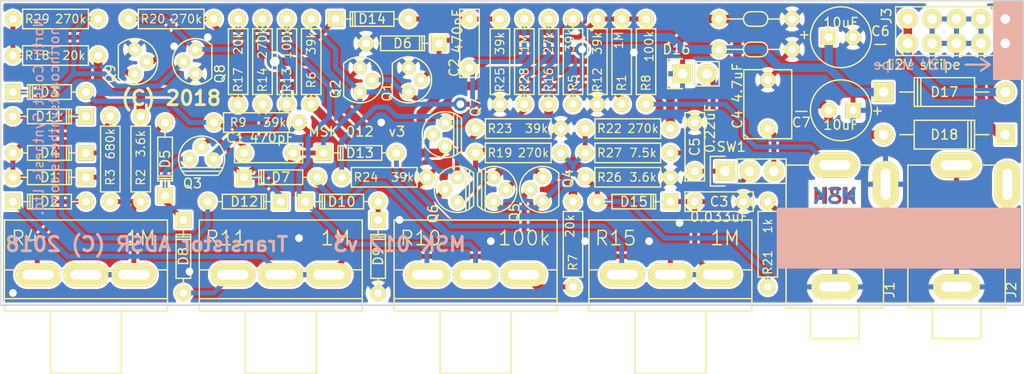
<source format=kicad_pcb>
(kicad_pcb (version 20211014) (generator pcbnew)
  (title_block (title "MSK 012 Transistor ADSR") (comment 1 "$Id: qadsr.kicad_pcb 10136 2022-06-04 19:09:28Z mskala $"))
  (layers (0 "F.Cu" signal) (31 "B.Cu" signal) (34 "B.Paste" user) (35 "F.Paste" user) (36 "B.SilkS" user "B.Silkscreen") (37 "F.SilkS" user "F.Silkscreen") (38 "B.Mask" user) (39 "F.Mask" user) (44 "Edge.Cuts" user))
  (net 0 "")
  (net 1 "Net-(C1-Pad2)")
  (net 2 "/B")
  (net 3 "Net-(C2-Pad1)")
  (net 4 "Net-(C2-Pad2)")
  (net 5 "/C")
  (net 6 "GNDREF")
  (net 7 "Net-(C4-Pad1)")
  (net 8 "Net-(C5-Pad1)")
  (net 9 "+12V")
  (net 10 "-12V")
  (net 11 "Net-(D1-Pad1)")
  (net 12 "/B+")
  (net 13 "Net-(D4-Pad2)")
  (net 14 "Net-(D5-Pad2)")
  (net 15 "Net-(D6-Pad2)")
  (net 16 "Net-(D12-Pad2)")
  (net 17 "Net-(D7-Pad1)")
  (net 18 "Net-(D8-Pad1)")
  (net 19 "Net-(D10-Pad1)")
  (net 20 "Net-(D10-Pad2)")
  (net 21 "/Q")
  (net 22 "Net-(D11-Pad2)")
  (net 23 "Net-(D13-Pad1)")
  (net 24 "/A+")
  (net 25 "/Cbuf")
  (net 26 "Net-(D17-Pad1)")
  (net 27 "Net-(D18-Pad2)")
  (net 28 "Net-(J1-Pad1)")
  (net 29 "Net-(J2-Pad1)")
  (net 30 "Net-(Q6-Pad2)")
  (net 31 "Net-(Q6-Pad3)")
  (net 32 "Net-(R2-Pad2)")
  (net 33 "Net-(Q1-Pad3)")
  (net 34 "Net-(Q8-Pad3)")
  (net 35 "Net-(R10-Pad3)")
  (net 36 "Net-(D16-Pad2)")
  (net 37 "Net-(Q4-Pad3)")
  (footprint "mskala:C2msk" (layer "F.Cu") (at 104.14 92.075 180)
    (fp_text reference "C1")
    (fp_text value "470pF")
  )
  (footprint "mskala:C2msk" (layer "F.Cu") (at 125.095 80.645 90)
    (fp_text reference "C2")
    (fp_text value "470pF")
  )
  (footprint "mskala:C2msk" (layer "F.Cu") (at 151.13 97.155)
    (fp_text reference "C3")
    (fp_text value "0.033uF")
  )
  (footprint "mskala:C2_3x2msk" (layer "F.Cu") (at 156.21 86.995 90)
    (fp_text reference "C4")
    (fp_text value "4.7uF")
  )
  (footprint "mskala:C1V7msk" (layer "F.Cu") (at 163.83 80.01)
    (fp_text reference "C6")
    (fp_text value "10uF")
  )
  (footprint "mskala:C1V7msk" (layer "F.Cu") (at 163.83 87.63 180)
    (fp_text reference "C7")
    (fp_text value "10uF")
  )
  (footprint "mskala:C3msk" (layer "F.Cu") (at 154.94 81.28)
    (fp_text reference "C8" hide)
    (fp_text value "0.1uF" hide)
  )
  (footprint "mskala:C3msk" (layer "F.Cu") (at 154.94 78.105 180)
    (fp_text reference "C9" hide)
    (fp_text value "0.1uF" hide)
  )
  (footprint "mskala:DO35_3msk" (layer "F.Cu") (at 81.28 94.615)
    (fp_text reference "D1")
    (fp_text value "1N4148" hide)
  )
  (footprint "mskala:DO35_3msk" (layer "F.Cu") (at 81.28 97.155 180)
    (fp_text reference "D2")
    (fp_text value "1N4148" hide)
  )
  (footprint "mskala:DO35_3msk" (layer "F.Cu") (at 81.28 85.725 180)
    (fp_text reference "D3")
    (fp_text value "1N4148" hide)
  )
  (footprint "mskala:DO35_3msk" (layer "F.Cu") (at 81.28 92.075)
    (fp_text reference "D4")
    (fp_text value "1N4148" hide)
  )
  (footprint "mskala:DO35_3msk" (layer "F.Cu") (at 93.345 92.71 -90)
    (fp_text reference "D5")
    (fp_text value "1N4148" hide)
  )
  (footprint "mskala:DO35_3msk" (layer "F.Cu") (at 118.11 80.645)
    (fp_text reference "D6")
    (fp_text value "1N4148" hide)
  )
  (footprint "mskala:DO35_3msk" (layer "F.Cu") (at 105.41 94.615 180)
    (fp_text reference "D7")
    (fp_text value "1N4148" hide)
  )
  (footprint "mskala:DO35_3msk" (layer "F.Cu") (at 95.25 102.87 90)
    (fp_text reference "D8")
    (fp_text value "1N4148" hide)
  )
  (footprint "mskala:DO35_3msk" (layer "F.Cu") (at 115.57 102.87 90)
    (fp_text reference "D9")
    (fp_text value "1N4148" hide)
  )
  (footprint "mskala:DO35_3msk" (layer "F.Cu") (at 111.76 97.155 180)
    (fp_text reference "D10")
    (fp_text value "1N4148" hide)
  )
  (footprint "mskala:DO35_3msk" (layer "F.Cu") (at 81.28 88.265)
    (fp_text reference "D11")
    (fp_text value "1N4148" hide)
  )
  (footprint "mskala:DO35_3msk" (layer "F.Cu") (at 101.6 97.155)
    (fp_text reference "D12")
    (fp_text value "1N4148" hide)
  )
  (footprint "mskala:DO35_3msk" (layer "F.Cu") (at 113.665 92.075 180)
    (fp_text reference "D13")
    (fp_text value "1N4148" hide)
  )
  (footprint "mskala:DO35_3msk" (layer "F.Cu") (at 114.935 78.105 180)
    (fp_text reference "D14")
    (fp_text value "1N4148" hide)
  )
  (footprint "mskala:DO35_3msk" (layer "F.Cu") (at 142.24 97.155)
    (fp_text reference "D15")
    (fp_text value "1N4148" hide)
  )
  (footprint "mskala:DO15msk" (layer "F.Cu") (at 174.625 85.725 180)
    (fp_text reference "D17")
    (fp_text value "1N5818" hide)
  )
  (footprint "mskala:DO15msk" (layer "F.Cu") (at 174.625 90.17)
    (fp_text reference "D18")
    (fp_text value "1N5818" hide)
  )
  (footprint "mskala:jack_ra_slotted_msk" (layer "F.Cu") (at 163.195 106.045 90)
    (fp_text reference "J1")
    (fp_text value "JACK_2P" hide)
  )
  (footprint "mskala:jack_ra_slotted_msk" (layer "F.Cu") (at 175.895 106.045 90)
    (fp_text reference "J2")
    (fp_text value "JACK_2P" hide)
  )
  (footprint "mskala:2x05msk" (layer "F.Cu") (at 180.975 78.105 -90)
    (fp_text reference "J3")
    (fp_text value "CONN_02X05" hide)
  )
  (footprint "mskala:TO92msk" (layer "F.Cu") (at 113.665 83.185 -90)
    (fp_text reference "Q2")
    (fp_text value "2N5088" hide)
  )
  (footprint "mskala:TO92msk" (layer "F.Cu") (at 118.745 83.185 -90)
    (fp_text reference "Q1")
    (fp_text value "2N5088" hide)
  )
  (footprint "mskala:TO92Xmsk" (layer "F.Cu") (at 95.885 92.71)
    (fp_text reference "Q3")
    (fp_text value "SS8550D" hide)
  )
  (footprint "mskala:TO92Xmsk" (layer "F.Cu") (at 127.635 94.615 -90)
    (fp_text reference "Q5")
    (fp_text value "SS8550D" hide)
  )
  (footprint "mskala:TO92msk" (layer "F.Cu") (at 132.715 97.155 90)
    (fp_text reference "Q4")
    (fp_text value "2N5088" hide)
  )
  (footprint "mskala:TO92Xmsk" (layer "F.Cu") (at 123.825 97.155 90)
    (fp_text reference "Q6")
    (fp_text value "SS8550D" hide)
  )
  (footprint "mskala:TO92Xmsk" (layer "F.Cu") (at 122.555 91.44 90)
    (fp_text reference "Q7")
    (fp_text value "SS8550D" hide)
  )
  (footprint "mskala:TO92msk" (layer "F.Cu") (at 90.17 81.28 -90)
    (fp_text reference "Q9")
    (fp_text value "2N5088" hide)
  )
  (footprint "mskala:TO92msk" (layer "F.Cu") (at 96.52 83.82 90)
    (fp_text reference "Q8")
    (fp_text value "2N5088" hide)
  )
  (footprint "mskala:R35valmsk" (layer "F.Cu") (at 140.97 82.55 -90)
    (fp_text reference "R1")
    (fp_text value "1M")
  )
  (footprint "mskala:R35valmsk" (layer "F.Cu") (at 90.805 92.71 -90)
    (fp_text reference "R2")
    (fp_text value "3.6k")
  )
  (footprint "mskala:R35valmsk" (layer "F.Cu") (at 87.63 92.71 90)
    (fp_text reference "R3")
    (fp_text value "680k")
  )
  (footprint "mskala:R35valmsk" (layer "F.Cu") (at 135.89 82.55 -90)
    (fp_text reference "R5")
    (fp_text value "39k")
  )
  (footprint "mskala:R35valmsk" (layer "F.Cu") (at 108.585 82.55 90)
    (fp_text reference "R6")
    (fp_text value "39k")
  )
  (footprint "mskala:R35valmsk" (layer "F.Cu") (at 135.89 101.6 -90)
    (fp_text reference "R7")
    (fp_text value "20k")
  )
  (footprint "mskala:R35valmsk" (layer "F.Cu") (at 143.51 82.55 90)
    (fp_text reference "R8")
    (fp_text value "100k")
  )
  (footprint "mskala:R35valmsk" (layer "F.Cu") (at 102.87 88.9)
    (fp_text reference "R9")
    (fp_text value "39k")
  )
  (footprint "mskala:R35valmsk" (layer "F.Cu") (at 138.43 82.55 -90)
    (fp_text reference "R12")
    (fp_text value "39k")
  )
  (footprint "mskala:R35valmsk" (layer "F.Cu") (at 106.045 82.55 -90)
    (fp_text reference "R13")
    (fp_text value "100k")
  )
  (footprint "mskala:R35valmsk" (layer "F.Cu") (at 103.505 82.55 90)
    (fp_text reference "R14")
    (fp_text value "270k")
  )
  (footprint "mskala:R35valmsk" (layer "F.Cu") (at 133.35 82.55 90)
    (fp_text reference "R16")
    (fp_text value "27k")
  )
  (footprint "mskala:R35valmsk" (layer "F.Cu") (at 100.965 82.55 90)
    (fp_text reference "R17")
    (fp_text value "20k")
  )
  (footprint "mskala:R35valmsk" (layer "F.Cu") (at 81.915 81.915 180)
    (fp_text reference "R18")
    (fp_text value "20k")
  )
  (footprint "mskala:R35valmsk" (layer "F.Cu") (at 130.175 92.075 180)
    (fp_text reference "R19")
    (fp_text value "270k")
  )
  (footprint "mskala:R35valmsk" (layer "F.Cu") (at 93.98 78.105)
    (fp_text reference "R20")
    (fp_text value "270k")
  )
  (footprint "mskala:R35valmsk" (layer "F.Cu") (at 156.21 101.6 90)
    (fp_text reference "R21")
    (fp_text value "1k")
  )
  (footprint "mskala:R35valmsk" (layer "F.Cu") (at 141.605 89.535)
    (fp_text reference "R22")
    (fp_text value "270k")
  )
  (footprint "mskala:R35valmsk" (layer "F.Cu") (at 130.175 89.535)
    (fp_text reference "R23")
    (fp_text value "39k")
  )
  (footprint "mskala:R35valmsk" (layer "F.Cu") (at 116.205 94.615)
    (fp_text reference "R24")
    (fp_text value "39k")
  )
  (footprint "mskala:R35valmsk" (layer "F.Cu") (at 128.27 82.55 -90)
    (fp_text reference "R25")
    (fp_text value "39k")
  )
  (footprint "mskala:R35valmsk" (layer "F.Cu") (at 141.605 94.615)
    (fp_text reference "R26")
    (fp_text value "3.6k")
  )
  (footprint "mskala:R35valmsk" (layer "F.Cu") (at 141.605 92.075)
    (fp_text reference "R27")
    (fp_text value "7.5k")
  )
  (footprint "mskala:R35valmsk" (layer "F.Cu") (at 130.81 82.55 90)
    (fp_text reference "R28")
    (fp_text value "1M")
  )
  (footprint "mskala:R35valmsk" (layer "F.Cu") (at 81.915 78.105 180)
    (fp_text reference "R29")
    (fp_text value "270k")
  )
  (footprint "mskala:C2msk" (layer "F.Cu") (at 148.59 91.44 90)
    (fp_text reference "C5")
    (fp_text value "0.22uF")
  )
  (footprint "mskala:1x02msk" (layer "F.Cu") (at 147.32 83.82 90)
    (fp_text reference "D16")
    (fp_text value "LTL2R3KRD-EM" hide)
  )
  (footprint "mskala:P160KNPpot" (layer "F.Cu") (at 125.73 104.775)
    (fp_text reference "R10")
    (fp_text value "100k")
  )
  (footprint "mskala:P160KNPpot" (layer "F.Cu") (at 85.09 104.775)
    (fp_text reference "R4")
    (fp_text value "1M")
  )
  (footprint "mskala:P160KNPpot" (layer "F.Cu") (at 146.05 104.775)
    (fp_text reference "R15")
    (fp_text value "1M")
  )
  (footprint "mskala:P160KNPpot" (layer "F.Cu") (at 105.41 104.775)
    (fp_text reference "R11")
    (fp_text value "1M")
  )
  (footprint "mskala:1x03msk" (layer "F.Cu") (at 151.765 93.98 90)
    (fp_text reference "SW1")
    (fp_text value "SWITCH_INV" hide)
  )
  (gr_line (start 176.8475 82.8675) (end 179.3875 82.8675) (layer "B.SilkS") (width 0.2))
  (gr_line (start 178.435 82.2325) (end 179.3875 82.8675) (layer "B.SilkS") (width 0.2))
  (gr_line (start 179.3875 82.8675) (end 178.435 83.5025) (layer "B.SilkS") (width 0.2))
  (gr_line (start 178.435 82.2325) (end 179.3875 82.8675) (layer "F.SilkS") (width 0.2))
  (gr_line (start 176.8475 82.8675) (end 179.3875 82.8675) (layer "F.SilkS") (width 0.2))
  (gr_line (start 179.3875 82.8675) (end 178.435 83.5025) (layer "F.SilkS") (width 0.2))
  (gr_line (start 76.2 107.95) (end 76.2 76.2) (layer "Edge.Cuts") (width 0.15))
  (gr_line (start 182.88 107.95) (end 76.2 107.95) (layer "Edge.Cuts") (width 0.15))
  (gr_line (start 76.2 76.2) (end 182.88 76.2) (layer "Edge.Cuts") (width 0.15))
  (gr_line (start 182.88 76.2) (end 182.88 107.95) (layer "Edge.Cuts") (width 0.15))
  (gr_text "MSK\n012" (at 163.195 97.79) (layer "F.Cu") (effects (font (size 1.5 1.5) (thickness 0.3))))
  (gr_text "MSK\n012" (at 163.195 97.79) (layer "B.Cu") (effects (font (size 1.5 1.5) (thickness 0.3)) (justify mirror)))
  (gr_text "MSK 012 v3" (at 117.7925 101.6) (layer "B.SilkS") (effects (font (size 1.5 1.5) (thickness 0.3)) (justify mirror)))
  (gr_text "-12V stripe" (at 171.7675 82.8675) (layer "B.SilkS") (effects (font (size 1.016 1.016) (thickness 0.1524)) (justify mirror)))
  (gr_text "North Coast Synthesis Ltd.\nnorthcoastsynthesis.com" (at 80.9625 88.265 90) (layer "B.SilkS") (effects (font (size 1.016 1.016) (thickness 0.1524)) (justify mirror)))
  (gr_text "Transistor ADSR (C) 2018" (at 91.44 101.6) (layer "B.SilkS") (effects (font (size 1.5 1.5) (thickness 0.3)) (justify mirror)))
  (gr_text "-12V stripe" (at 171.7675 82.8675) (layer "F.SilkS") (effects (font (size 1.016 1.016) (thickness 0.1524))))
  (gr_text "(C) 2018" (at 93.98 86.36) (layer "F.SilkS") (effects (font (size 1.5 1.5) (thickness 0.3))))
  (gr_text "MSK 012  v3" (at 113.3475 89.8525) (layer "F.SilkS") (effects (font (size 1.016 1.016) (thickness 0.1524))))
  (segment (start 99.06 88.9) (end 101.6 91.44) (width 0.508) (layer "F.Cu") (net 1))
  (segment (start 101.6 91.44) (end 101.6 92.075) (width 0.508) (layer "F.Cu") (net 1))
  (segment (start 98.425 88.9) (end 99.06 88.9) (width 0.508) (layer "F.Cu") (net 1))
  (segment (start 86.0425 86.6775) (end 93.6625 86.6775) (width 0.508) (layer "B.Cu") (net 1))
  (segment (start 93.6625 86.6775) (end 95.885 88.9) (width 0.508) (layer "B.Cu") (net 1))
  (segment (start 95.885 88.9) (end 98.425 88.9) (width 0.508) (layer "B.Cu") (net 1))
  (segment (start 85.09 85.725) (end 86.0425 86.6775) (width 0.508) (layer "B.Cu") (net 1))
  (segment (start 124.1425 86.995) (end 125.73 86.995) (width 0.508) (layer "F.Cu") (net 2))
  (segment (start 125.73 86.995) (end 127.635 85.09) (width 0.508) (layer "F.Cu") (net 2))
  (segment (start 127.635 85.09) (end 139.7 85.09) (width 0.508) (layer "F.Cu") (net 2))
  (segment (start 139.7 85.09) (end 140.97 86.36) (width 0.508) (layer "F.Cu") (net 2))
  (segment (start 140.97 86.36) (end 140.97 86.995) (width 0.508) (layer "F.Cu") (net 2))
  (segment (start 97.79 94.615) (end 99.695 96.52) (width 0.508) (layer "F.Cu") (net 2))
  (segment (start 99.695 96.52) (end 102.87 96.52) (width 0.508) (layer "F.Cu") (net 2))
  (segment (start 102.87 96.52) (end 106.68 92.71) (width 0.508) (layer "F.Cu") (net 2))
  (segment (start 106.68 92.71) (end 106.68 92.075) (width 0.508) (layer "F.Cu") (net 2))
  (segment (start 109.855 92.075) (end 106.68 92.075) (width 0.508) (layer "F.Cu") (net 2))
  (segment (start 85.09 94.615) (end 97.79 94.615) (width 0.508) (layer "F.Cu") (net 2))
  (via (at 124.1425 86.995) (size 1.4224) (drill 0.8128) (layers "F.Cu" "B.Cu") (net 2))
  (segment (start 109.855 90.805) (end 113.665 86.995) (width 0.508) (layer "B.Cu") (net 2))
  (segment (start 113.665 86.995) (end 113.665 85.725) (width 0.508) (layer "B.Cu") (net 2))
  (segment (start 111.125 83.185) (end 111.125 81.28) (width 0.508) (layer "B.Cu") (net 2))
  (segment (start 111.125 81.28) (end 108.585 78.74) (width 0.508) (layer "B.Cu") (net 2))
  (segment (start 108.585 78.74) (end 108.585 78.105) (width 0.508) (layer "B.Cu") (net 2))
  (segment (start 117.7925 86.995) (end 124.1425 86.995) (width 0.508) (layer "B.Cu") (net 2))
  (segment (start 116.5225 85.725) (end 117.7925 86.995) (width 0.508) (layer "B.Cu") (net 2))
  (segment (start 113.665 85.725) (end 111.125 83.185) (width 0.508) (layer "B.Cu") (net 2))
  (segment (start 113.665 85.725) (end 116.5225 85.725) (width 0.508) (layer "B.Cu") (net 2))
  (segment (start 109.855 92.075) (end 109.855 90.805) (width 0.508) (layer "B.Cu") (net 2))
  (segment (start 124.1425 88.9) (end 125.4125 87.63) (width 0.508) (layer "B.Cu") (net 3))
  (segment (start 125.73 82.55) (end 130.175 82.55) (width 0.508) (layer "B.Cu") (net 3))
  (segment (start 130.175 82.55) (end 130.81 81.915) (width 0.508) (layer "B.Cu") (net 3))
  (segment (start 130.81 81.915) (end 130.81 78.105) (width 0.508) (layer "B.Cu") (net 3))
  (segment (start 121.92 88.265) (end 117.475 88.265) (width 0.508) (layer "B.Cu") (net 3))
  (segment (start 115.2525 87.3125) (end 111.76 90.805) (width 0.508) (layer "B.Cu") (net 3))
  (segment (start 121.92 88.265) (end 122.555 88.9) (width 0.508) (layer "B.Cu") (net 3))
  (segment (start 111.76 90.805) (end 111.76 94.615) (width 0.508) (layer "B.Cu") (net 3))
  (segment (start 117.475 88.265) (end 116.5225 87.3125) (width 0.508) (layer "B.Cu") (net 3))
  (segment (start 116.5225 87.3125) (end 115.2525 87.3125) (width 0.508) (layer "B.Cu") (net 3))
  (segment (start 125.4125 87.63) (end 125.4125 83.5025) (width 0.508) (layer "B.Cu") (net 3))
  (segment (start 122.555 88.9) (end 124.1425 88.9) (width 0.508) (layer "B.Cu") (net 3))
  (segment (start 125.095 83.185) (end 125.73 82.55) (width 0.508) (layer "B.Cu") (net 3))
  (segment (start 118.745 78.105) (end 125.095 78.105) (width 0.508) (layer "F.Cu") (net 4))
  (segment (start 125.095 78.105) (end 128.27 78.105) (width 0.508) (layer "F.Cu") (net 4))
  (segment (start 130.81 96.52) (end 130.81 102.87) (width 0.508) (layer "F.Cu") (net 5))
  (segment (start 130.81 102.87) (end 146.05 102.87) (width 0.508) (layer "F.Cu") (net 5))
  (segment (start 112.315 102.87) (end 130.81 102.87) (width 0.508) (layer "F.Cu") (net 5))
  (segment (start 148.59 102.87) (end 150.495 104.775) (width 0.508) (layer "F.Cu") (net 5))
  (segment (start 151.4475 97.155) (end 154.305 94.2975) (width 0.508) (layer "F.Cu") (net 5))
  (segment (start 146.05 102.87) (end 148.59 102.87) (width 0.508) (layer "F.Cu") (net 5))
  (segment (start 105.41 104.775) (end 110.49 104.775) (width 0.508) (layer "F.Cu") (net 5))
  (segment (start 146.05 104.775) (end 149.86 104.775) (width 0.508) (layer "F.Cu") (net 5))
  (segment (start 148.59 102.87) (end 148.59 97.155) (width 0.508) (layer "F.Cu") (net 5))
  (segment (start 148.59 97.155) (end 151.4475 97.155) (width 0.508) (layer "F.Cu") (net 5))
  (segment (start 146.05 104.775) (end 146.05 102.87) (width 0.508) (layer "F.Cu") (net 5))
  (segment (start 110.41 104.775) (end 112.315 102.87) (width 0.508) (layer "F.Cu") (net 5))
  (segment (start 131.445 95.885) (end 130.81 96.52) (width 0.508) (layer "F.Cu") (net 5))
  (segment (start 148.59 97.155) (end 146.05 97.155) (width 0.508) (layer "F.Cu") (net 5))
  (segment (start 83.185 102.87) (end 103.505 102.87) (width 0.508) (layer "B.Cu") (net 5))
  (segment (start 77.47 97.155) (end 83.185 102.87) (width 0.508) (layer "B.Cu") (net 5))
  (segment (start 105.41 104.775) (end 110.49 104.775) (width 0.508) (layer "B.Cu") (net 5))
  (segment (start 146.05 104.775) (end 151.13 104.775) (width 0.508) (layer "B.Cu") (net 5))
  (segment (start 105.41 104.775) (end 103.505 102.87) (width 0.508) (layer "B.Cu") (net 5))
  (via (at 107.315 100.965) (size 1.4224) (drill 0.8128) (layers "F.Cu" "B.Cu") (net 6))
  (via (at 143.8275 101.2825) (size 1.4224) (drill 0.8128) (layers "F.Cu" "B.Cu") (net 6))
  (via (at 77.47 106.68) (size 1.4224) (drill 0.8128) (layers "F.Cu" "B.Cu") (net 6))
  (via (at 137.16 101.2825) (size 1.4224) (drill 0.8128) (layers "F.Cu" "B.Cu") (net 6))
  (via (at 147.0025 99.3775) (size 1.4224) (drill 0.8128) (layers "F.Cu" "B.Cu") (net 6))
  (via (at 115.8875 88.9) (size 1.4224) (drill 0.8128) (layers "F.Cu" "B.Cu") (net 6))
  (via (at 127.3175 101.2825) (size 1.4224) (drill 0.8128) (layers "F.Cu" "B.Cu") (net 6))
  (via (at 97.79 80.01) (size 1.4224) (drill 0.8128) (layers "F.Cu" "B.Cu") (net 6))
  (via (at 95.885 104.4575) (size 1.4224) (drill 0.8128) (layers "F.Cu" "B.Cu") (net 6))
  (via (at 142.24 81.5975) (size 1.4224) (drill 0.8128) (layers "F.Cu" "B.Cu") (net 6))
  (via (at 94.2975 80.9625) (size 1.4224) (drill 0.8128) (layers "F.Cu" "B.Cu") (net 6))
  (via (at 117.7925 99.06) (size 1.4224) (drill 0.8128) (layers "F.Cu" "B.Cu") (net 6))
  (segment (start 93.98 81.28) (end 94.2975 80.9625) (width 0.508) (layer "B.Cu") (net 6))
  (segment (start 156.845 90.17) (end 156.21 89.535) (width 0.508) (layer "F.Cu") (net 7))
  (segment (start 156.845 93.98) (end 156.845 90.17) (width 0.508) (layer "F.Cu") (net 7))
  (segment (start 148.59 93.98) (end 151.765 93.98) (width 0.508) (layer "F.Cu") (net 8))
  (segment (start 133.35 88.265) (end 133.35 86.995) (width 0.889) (layer "F.Cu") (net 9))
  (segment (start 135.89 95.5675) (end 132.715 92.3925) (width 0.889) (layer "F.Cu") (net 9))
  (segment (start 132.715 92.3925) (end 132.715 92.075) (width 0.889) (layer "F.Cu") (net 9))
  (segment (start 132.715 88.9) (end 133.35 88.265) (width 0.889) (layer "F.Cu") (net 9))
  (segment (start 130.175 92.075) (end 132.715 92.075) (width 0.889) (layer "F.Cu") (net 9))
  (segment (start 132.715 92.075) (end 132.715 88.9) (width 0.889) (layer "F.Cu") (net 9))
  (segment (start 87.63 85.725) (end 86.36 84.455) (width 0.889) (layer "F.Cu") (net 9))
  (segment (start 86.36 84.455) (end 86.36 81.915) (width 0.889) (layer "F.Cu") (net 9))
  (segment (start 100.965 85.725) (end 90.805 85.725) (width 0.889) (layer "F.Cu") (net 9))
  (segment (start 101.6 85.09) (end 107.95 85.09) (width 0.889) (layer "F.Cu") (net 9))
  (segment (start 107.95 85.09) (end 108.585 85.725) (width 0.889) (layer "F.Cu") (net 9))
  (segment (start 108.585 85.725) (end 108.585 86.995) (width 0.889) (layer "F.Cu") (net 9))
  (segment (start 118.11 93.98) (end 120.015 92.075) (width 0.889) (layer "F.Cu") (net 9))
  (segment (start 120.015 92.075) (end 121.92 92.075) (width 0.889) (layer "F.Cu") (net 9))
  (segment (start 121.92 92.075) (end 122.555 91.44) (width 0.889) (layer "F.Cu") (net 9))
  (segment (start 108.585 86.995) (end 115.57 93.98) (width 0.889) (layer "F.Cu") (net 9))
  (segment (start 127.635 94.615) (end 130.175 92.075) (width 0.889) (layer "F.Cu") (net 9))
  (segment (start 100.965 85.725) (end 101.6 85.09) (width 0.889) (layer "F.Cu") (net 9))
  (segment (start 90.805 85.725) (end 87.63 85.725) (width 0.889) (layer "F.Cu") (net 9))
  (segment (start 135.89 97.155) (end 135.89 95.5675) (width 0.889) (layer "F.Cu") (net 9))
  (segment (start 118.11 93.98) (end 115.57 93.98) (width 0.889) (layer "F.Cu") (net 9))
  (segment (start 90.805 88.265) (end 90.805 85.725) (width 0.889) (layer "F.Cu") (net 9))
  (segment (start 100.965 85.725) (end 100.965 86.995) (width 0.889) (layer "F.Cu") (net 9))
  (segment (start 133.35 84.455) (end 135.255 82.55) (width 0.889) (layer "B.Cu") (net 9))
  (segment (start 135.255 82.55) (end 135.255 79.375) (width 0.889) (layer "B.Cu") (net 9))
  (segment (start 135.255 79.375) (end 135.89 78.74) (width 0.889) (layer "B.Cu") (net 9))
  (segment (start 137.795 80.01) (end 146.05 80.01) (width 0.889) (layer "B.Cu") (net 9))
  (segment (start 146.05 80.01) (end 147.32 81.28) (width 0.889) (layer "B.Cu") (net 9))
  (segment (start 155.575 81.28) (end 157.48 83.185) (width 0.889) (layer "B.Cu") (net 9))
  (segment (start 162.56 83.185) (end 165.1 85.725) (width 0.889) (layer "B.Cu") (net 9))
  (segment (start 165.1 85.725) (end 168.275 85.725) (width 0.889) (layer "B.Cu") (net 9))
  (segment (start 122.8725 91.44) (end 126.0475 94.615) (width 0.889) (layer "B.Cu") (net 9))
  (segment (start 126.0475 94.615) (end 127.635 94.615) (width 0.889) (layer "B.Cu") (net 9))
  (segment (start 126.0475 94.9325) (end 126.0475 94.615) (width 0.889) (layer "B.Cu") (net 9))
  (segment (start 157.48 83.185) (end 162.56 83.185) (width 0.889) (layer "B.Cu") (net 9))
  (segment (start 135.89 78.74) (end 135.89 78.105) (width 0.889) (layer "B.Cu") (net 9))
  (segment (start 137.795 80.01) (end 135.89 78.105) (width 0.889) (layer "B.Cu") (net 9))
  (segment (start 133.35 86.995) (end 133.35 84.455) (width 0.889) (layer "B.Cu") (net 9))
  (segment (start 122.555 91.44) (end 122.8725 91.44) (width 0.889) (layer "B.Cu") (net 9))
  (segment (start 123.825 97.155) (end 126.0475 94.9325) (width 0.889) (layer "B.Cu") (net 9))
  (segment (start 151.13 81.28) (end 147.32 81.28) (width 0.889) (layer "B.Cu") (net 9))
  (segment (start 151.13 81.28) (end 155.575 81.28) (width 0.889) (layer "B.Cu") (net 9))
  (segment (start 162.56 83.185) (end 162.56 80.01) (width 0.889) (layer "B.Cu") (net 9))
  (segment (start 143.8275 84.1375) (end 143.8275 83.5025) (width 0.889) (layer "F.Cu") (net 10))
  (segment (start 108.585 82.55) (end 104.775 82.55) (width 0.889) (layer "F.Cu") (net 10))
  (segment (start 108.585 82.55) (end 111.76 85.725) (width 0.889) (layer "F.Cu") (net 10))
  (segment (start 111.76 85.725) (end 111.76 86.995) (width 0.889) (layer "F.Cu") (net 10))
  (segment (start 111.76 86.995) (end 115.2525 90.4875) (width 0.889) (layer "F.Cu") (net 10))
  (segment (start 118.745 90.4875) (end 115.2525 90.4875) (width 0.889) (layer "F.Cu") (net 10))
  (segment (start 122.8725 85.09) (end 125.73 85.09) (width 0.889) (layer "F.Cu") (net 10))
  (segment (start 125.73 85.09) (end 127.3175 83.5025) (width 0.889) (layer "F.Cu") (net 10))
  (segment (start 143.8275 83.5025) (end 149.225 78.105) (width 0.889) (layer "F.Cu") (net 10))
  (segment (start 127.3175 83.5025) (end 143.8275 83.5025) (width 0.889) (layer "F.Cu") (net 10))
  (segment (start 152.4 78.105) (end 153.035 78.74) (width 0.889) (layer "F.Cu") (net 10))
  (segment (start 153.035 78.74) (end 153.035 85.09) (width 0.889) (layer "F.Cu") (net 10))
  (segment (start 153.035 85.09) (end 154.94 86.995) (width 0.889) (layer "F.Cu") (net 10))
  (segment (start 154.94 86.995) (end 161.925 86.995) (width 0.889) (layer "F.Cu") (net 10))
  (segment (start 161.925 86.995) (end 162.56 87.63) (width 0.889) (layer "F.Cu") (net 10))
  (segment (start 162.56 88.9) (end 163.83 90.17) (width 0.889) (layer "F.Cu") (net 10))
  (segment (start 163.83 90.17) (end 168.275 90.17) (width 0.889) (layer "F.Cu") (net 10))
  (segment (start 146.05 86.36) (end 143.8275 84.1375) (width 0.889) (layer "F.Cu") (net 10))
  (segment (start 120.015 89.2175) (end 120.015 87.9475) (width 0.889) (layer "F.Cu") (net 10))
  (segment (start 120.015 87.9475) (end 122.8725 85.09) (width 0.889) (layer "F.Cu") (net 10))
  (segment (start 118.745 90.4875) (end 120.015 89.2175) (width 0.889) (layer "F.Cu") (net 10))
  (segment (start 162.56 87.63) (end 162.56 88.9) (width 0.889) (layer "F.Cu") (net 10))
  (segment (start 151.13 78.105) (end 149.225 78.105) (width 0.889) (layer "F.Cu") (net 10))
  (segment (start 146.05 89.535) (end 146.05 86.36) (width 0.889) (layer "F.Cu") (net 10))
  (segment (start 151.13 78.105) (end 152.4 78.105) (width 0.889) (layer "F.Cu") (net 10))
  (via (at 104.775 82.55) (size 1.6256) (drill 1.016) (layers "F.Cu" "B.Cu") (net 10))
  (segment (start 98.425 92.3925) (end 101.2825 89.535) (width 0.889) (layer "B.Cu") (net 10))
  (segment (start 101.2825 89.535) (end 104.14 89.535) (width 0.889) (layer "B.Cu") (net 10))
  (segment (start 104.14 89.535) (end 106.045 87.63) (width 0.889) (layer "B.Cu") (net 10))
  (segment (start 106.045 87.63) (end 106.045 86.995) (width 0.889) (layer "B.Cu") (net 10))
  (segment (start 103.505 81.28) (end 104.775 82.55) (width 0.889) (layer "B.Cu") (net 10))
  (segment (start 106.045 83.82) (end 106.045 86.995) (width 0.889) (layer "B.Cu") (net 10))
  (segment (start 104.775 82.55) (end 106.045 83.82) (width 0.889) (layer "B.Cu") (net 10))
  (segment (start 103.505 78.105) (end 103.505 81.28) (width 0.889) (layer "B.Cu") (net 10))
  (segment (start 98.425 92.71) (end 98.425 92.3925) (width 0.889) (layer "B.Cu") (net 10))
  (segment (start 79.375 90.17) (end 86.36 90.17) (width 0.508) (layer "F.Cu") (net 11))
  (segment (start 86.36 90.17) (end 87.63 88.9) (width 0.508) (layer "F.Cu") (net 11))
  (segment (start 87.63 88.9) (end 87.63 88.265) (width 0.508) (layer "F.Cu") (net 11))
  (segment (start 78.74 94.615) (end 81.28 97.155) (width 0.508) (layer "F.Cu") (net 11))
  (segment (start 81.28 97.155) (end 85.09 97.155) (width 0.508) (layer "F.Cu") (net 11))
  (segment (start 81.28 99.695) (end 80.01 100.965) (width 0.508) (layer "F.Cu") (net 11))
  (segment (start 80.01 100.965) (end 80.01 104.775) (width 0.508) (layer "F.Cu") (net 11))
  (segment (start 77.47 92.075) (end 79.375 90.17) (width 0.508) (layer "F.Cu") (net 11))
  (segment (start 77.47 94.615) (end 77.47 92.075) (width 0.508) (layer "F.Cu") (net 11))
  (segment (start 81.28 97.155) (end 81.28 99.695) (width 0.508) (layer "F.Cu") (net 11))
  (segment (start 77.47 94.615) (end 78.74 94.615) (width 0.508) (layer "F.Cu") (net 11))
  (segment (start 81.915 85.725) (end 83.82 83.82) (width 0.508) (layer "B.Cu") (net 12))
  (segment (start 83.82 83.82) (end 83.82 79.375) (width 0.508) (layer "B.Cu") (net 12))
  (segment (start 83.82 79.375) (end 85.09 78.105) (width 0.508) (layer "B.Cu") (net 12))
  (segment (start 85.09 78.105) (end 86.36 78.105) (width 0.508) (layer "B.Cu") (net 12))
  (segment (start 86.995 83.82) (end 88.265 85.09) (width 0.508) (layer "B.Cu") (net 12))
  (segment (start 88.265 85.09) (end 92.71 85.09) (width 0.508) (layer "B.Cu") (net 12))
  (segment (start 92.71 85.09) (end 95.25 82.55) (width 0.508) (layer "B.Cu") (net 12))
  (segment (start 83.82 83.82) (end 86.995 83.82) (width 0.508) (layer "B.Cu") (net 12))
  (segment (start 77.47 85.725) (end 81.915 85.725) (width 0.508) (layer "B.Cu") (net 12))
  (segment (start 90.17 92.075) (end 93.345 88.9) (width 0.508) (layer "F.Cu") (net 13))
  (segment (start 85.09 92.075) (end 90.17 92.075) (width 0.508) (layer "F.Cu") (net 13))
  (segment (start 93.345 97.155) (end 95.25 99.06) (width 0.508) (layer "F.Cu") (net 14))
  (segment (start 93.345 96.52) (end 93.345 97.155) (width 0.508) (layer "F.Cu") (net 14))
  (segment (start 93.345 93.98) (end 94.615 92.71) (width 0.508) (layer "B.Cu") (net 14))
  (segment (start 94.615 92.71) (end 95.885 92.71) (width 0.508) (layer "B.Cu") (net 14))
  (segment (start 93.345 96.52) (end 93.345 93.98) (width 0.508) (layer "B.Cu") (net 14))
  (segment (start 121.92 82.55) (end 121.92 80.645) (width 0.508) (layer "F.Cu") (net 15))
  (segment (start 122.2375 80.3275) (end 134.9375 80.3275) (width 0.508) (layer "F.Cu") (net 15))
  (segment (start 136.525 80.01) (end 138.43 78.105) (width 0.508) (layer "F.Cu") (net 15))
  (segment (start 135.255 80.01) (end 136.525 80.01) (width 0.508) (layer "F.Cu") (net 15))
  (segment (start 134.9375 80.3275) (end 135.255 80.01) (width 0.508) (layer "F.Cu") (net 15))
  (segment (start 120.015 84.455) (end 121.92 82.55) (width 0.508) (layer "F.Cu") (net 15))
  (segment (start 140.97 78.105) (end 143.51 78.105) (width 0.508) (layer "F.Cu") (net 15))
  (segment (start 138.43 78.105) (end 140.97 78.105) (width 0.508) (layer "F.Cu") (net 15))
  (segment (start 103.505 92.71) (end 103.505 86.995) (width 0.508) (layer "F.Cu") (net 16))
  (segment (start 97.79 90.805) (end 99.06 90.805) (width 0.508) (layer "F.Cu") (net 16))
  (segment (start 99.06 90.805) (end 100.0125 91.7575) (width 0.508) (layer "F.Cu") (net 16))
  (segment (start 100.0125 91.7575) (end 100.0125 93.0275) (width 0.508) (layer "F.Cu") (net 16))
  (segment (start 100.0125 93.0275) (end 101.6 94.615) (width 0.508) (layer "F.Cu") (net 16))
  (segment (start 97.155 91.44) (end 97.79 90.805) (width 0.508) (layer "F.Cu") (net 16))
  (segment (start 101.6 94.615) (end 103.505 92.71) (width 0.508) (layer "F.Cu") (net 16))
  (segment (start 103.505 94.615) (end 105.41 96.52) (width 0.508) (layer "B.Cu") (net 16))
  (segment (start 105.41 96.52) (end 105.41 97.155) (width 0.508) (layer "B.Cu") (net 16))
  (segment (start 101.6 94.615) (end 103.505 94.615) (width 0.508) (layer "B.Cu") (net 16))
  (segment (start 125.73 102.235) (end 125.095 101.6) (width 0.508) (layer "B.Cu") (net 17))
  (segment (start 125.095 101.6) (end 122.555 101.6) (width 0.508) (layer "B.Cu") (net 17))
  (segment (start 122.555 101.6) (end 116.205 95.25) (width 0.508) (layer "B.Cu") (net 17))
  (segment (start 116.205 95.25) (end 114.3 95.25) (width 0.508) (layer "B.Cu") (net 17))
  (segment (start 114.3 95.25) (end 112.395 97.155) (width 0.508) (layer "B.Cu") (net 17))
  (segment (start 112.395 97.155) (end 111.125 97.155) (width 0.508) (layer "B.Cu") (net 17))
  (segment (start 111.125 97.155) (end 109.22 95.25) (width 0.508) (layer "B.Cu") (net 17))
  (segment (start 109.22 95.25) (end 109.22 94.615) (width 0.508) (layer "B.Cu") (net 17))
  (segment (start 125.73 104.775) (end 125.73 102.235) (width 0.508) (layer "B.Cu") (net 17))
  (segment (start 98.425 106.68) (end 100.33 104.775) (width 0.508) (layer "B.Cu") (net 18))
  (segment (start 95.25 106.68) (end 98.425 106.68) (width 0.508) (layer "B.Cu") (net 18))
  (segment (start 115.57 99.06) (end 115.57 97.155) (width 0.508) (layer "F.Cu") (net 19))
  (segment (start 112.395 101.6) (end 120.015 101.6) (width 0.508) (layer "B.Cu") (net 20))
  (segment (start 120.015 101.6) (end 120.65 102.235) (width 0.508) (layer "B.Cu") (net 20))
  (segment (start 120.65 102.235) (end 120.65 104.775) (width 0.508) (layer "B.Cu") (net 20))
  (segment (start 107.315 96.52) (end 107.315 93.98) (width 0.508) (layer "B.Cu") (net 20))
  (segment (start 107.315 93.98) (end 108.2675 93.0275) (width 0.508) (layer "B.Cu") (net 20))
  (segment (start 108.2675 93.0275) (end 108.2675 90.4875) (width 0.508) (layer "B.Cu") (net 20))
  (segment (start 108.2675 90.4875) (end 110.49 88.265) (width 0.508) (layer "B.Cu") (net 20))
  (segment (start 110.49 88.265) (end 110.49 85.09) (width 0.508) (layer "B.Cu") (net 20))
  (segment (start 110.49 85.09) (end 106.045 80.645) (width 0.508) (layer "B.Cu") (net 20))
  (segment (start 106.045 80.645) (end 106.045 78.105) (width 0.508) (layer "B.Cu") (net 20))
  (segment (start 107.95 97.155) (end 112.395 101.6) (width 0.508) (layer "B.Cu") (net 20))
  (segment (start 107.95 97.155) (end 107.315 96.52) (width 0.508) (layer "B.Cu") (net 20))
  (segment (start 79.375 81.915) (end 79.375 87.63) (width 0.508) (layer "F.Cu") (net 21))
  (segment (start 79.375 87.63) (end 78.74 88.265) (width 0.508) (layer "F.Cu") (net 21))
  (segment (start 78.74 88.265) (end 77.47 88.265) (width 0.508) (layer "F.Cu") (net 21))
  (segment (start 81.28 80.01) (end 86.995 80.01) (width 0.508) (layer "F.Cu") (net 21))
  (segment (start 86.995 80.01) (end 87.9475 80.9625) (width 0.508) (layer "F.Cu") (net 21))
  (segment (start 87.9475 80.9625) (end 87.9475 82.2325) (width 0.508) (layer "F.Cu") (net 21))
  (segment (start 87.9475 82.2325) (end 89.535 83.82) (width 0.508) (layer "F.Cu") (net 21))
  (segment (start 89.535 83.82) (end 90.17 83.82) (width 0.508) (layer "F.Cu") (net 21))
  (segment (start 77.47 78.105) (end 77.47 81.915) (width 0.508) (layer "F.Cu") (net 21))
  (segment (start 77.47 81.915) (end 79.375 81.915) (width 0.508) (layer "F.Cu") (net 21))
  (segment (start 79.375 81.915) (end 81.28 80.01) (width 0.508) (layer "F.Cu") (net 21))
  (segment (start 83.185 88.265) (end 82.55 88.9) (width 0.508) (layer "B.Cu") (net 22))
  (segment (start 82.55 88.9) (end 82.55 98.425) (width 0.508) (layer "B.Cu") (net 22))
  (segment (start 82.55 98.425) (end 85.09 100.965) (width 0.508) (layer "B.Cu") (net 22))
  (segment (start 85.09 100.965) (end 96.52 100.965) (width 0.508) (layer "B.Cu") (net 22))
  (segment (start 96.52 100.965) (end 97.79 99.695) (width 0.508) (layer "B.Cu") (net 22))
  (segment (start 97.79 99.695) (end 97.79 97.155) (width 0.508) (layer "B.Cu") (net 22))
  (segment (start 85.09 88.265) (end 83.185 88.265) (width 0.508) (layer "B.Cu") (net 22))
  (segment (start 117.475 93.98) (end 123.19 99.695) (width 0.508) (layer "B.Cu") (net 23))
  (segment (start 123.19 99.695) (end 139.065 99.695) (width 0.508) (layer "B.Cu") (net 23))
  (segment (start 139.065 99.695) (end 140.97 101.6) (width 0.508) (layer "B.Cu") (net 23))
  (segment (start 140.97 101.6) (end 140.97 104.775) (width 0.508) (layer "B.Cu") (net 23))
  (segment (start 117.475 92.075) (end 117.475 93.98) (width 0.508) (layer "B.Cu") (net 23))
  (segment (start 92.075 82.55) (end 92.71 81.915) (width 0.508) (layer "F.Cu") (net 24))
  (segment (start 94.615 78.105) (end 98.425 78.105) (width 0.508) (layer "F.Cu") (net 24))
  (segment (start 98.425 78.74) (end 99.695 80.01) (width 0.508) (layer "F.Cu") (net 24))
  (segment (start 99.695 80.01) (end 109.22 80.01) (width 0.508) (layer "F.Cu") (net 24))
  (segment (start 109.22 80.01) (end 111.125 78.105) (width 0.508) (layer "F.Cu") (net 24))
  (segment (start 92.71 81.915) (end 92.71 80.01) (width 0.508) (layer "F.Cu") (net 24))
  (segment (start 92.71 80.01) (end 94.615 78.105) (width 0.508) (layer "F.Cu") (net 24))
  (segment (start 98.425 78.105) (end 98.425 78.74) (width 0.508) (layer "F.Cu") (net 24))
  (segment (start 91.44 82.55) (end 92.075 82.55) (width 0.508) (layer "F.Cu") (net 24))
  (segment (start 138.43 95.885) (end 137.16 94.615) (width 0.508) (layer "F.Cu") (net 25))
  (segment (start 137.16 92.075) (end 137.16 89.535) (width 0.508) (layer "F.Cu") (net 25))
  (segment (start 138.43 97.155) (end 138.43 95.885) (width 0.508) (layer "F.Cu") (net 25))
  (segment (start 135.89 93.345) (end 135.89 93.98) (width 0.508) (layer "B.Cu") (net 25))
  (segment (start 136.525 94.615) (end 135.89 93.98) (width 0.508) (layer "B.Cu") (net 25))
  (segment (start 128.27 97.79) (end 132.08 97.79) (width 0.508) (layer "B.Cu") (net 25))
  (segment (start 132.08 97.79) (end 132.715 97.155) (width 0.508) (layer "B.Cu") (net 25))
  (segment (start 141.605 97.155) (end 145.415 100.965) (width 0.508) (layer "B.Cu") (net 25))
  (segment (start 145.415 100.965) (end 152.4 100.965) (width 0.508) (layer "B.Cu") (net 25))
  (segment (start 152.4 100.965) (end 156.21 104.775) (width 0.508) (layer "B.Cu") (net 25))
  (segment (start 156.21 104.775) (end 156.21 106.045) (width 0.508) (layer "B.Cu") (net 25))
  (segment (start 137.16 94.615) (end 136.525 94.615) (width 0.508) (layer "B.Cu") (net 25))
  (segment (start 138.43 97.155) (end 141.605 97.155) (width 0.508) (layer "B.Cu") (net 25))
  (segment (start 134.62 92.075) (end 135.89 93.345) (width 0.508) (layer "B.Cu") (net 25))
  (segment (start 137.16 92.075) (end 135.89 93.345) (width 0.508) (layer "B.Cu") (net 25))
  (segment (start 127.635 97.155) (end 128.27 97.79) (width 0.508) (layer "B.Cu") (net 25))
  (segment (start 132.715 97.155) (end 135.89 93.98) (width 0.508) (layer "B.Cu") (net 25))
  (segment (start 170.815 78.105) (end 170.815 80.645) (width 0.889) (layer "F.Cu") (net 26))
  (segment (start 173.99 85.725) (end 170.815 82.55) (width 0.889) (layer "B.Cu") (net 26))
  (segment (start 170.815 82.55) (end 170.815 81.28) (width 0.889) (layer "B.Cu") (net 26))
  (segment (start 170.815 81.28) (end 170.815 80.645) (width 0.889) (layer "B.Cu") (net 26))
  (segment (start 180.975 85.725) (end 173.99 85.725) (width 0.889) (layer "B.Cu") (net 26))
  (segment (start 180.975 81.915) (end 178.435 84.455) (width 0.889) (layer "F.Cu") (net 27))
  (segment (start 178.435 84.455) (end 178.435 88.265) (width 0.889) (layer "F.Cu") (net 27))
  (segment (start 178.435 88.265) (end 180.34 90.17) (width 0.889) (layer "F.Cu") (net 27))
  (segment (start 180.34 90.17) (end 180.975 90.17) (width 0.889) (layer "F.Cu") (net 27))
  (segment (start 180.975 80.645) (end 180.975 81.915) (width 0.889) (layer "F.Cu") (net 27))
  (segment (start 180.975 78.105) (end 180.975 80.645) (width 0.889) (layer "F.Cu") (net 27))
  (segment (start 151.765 86.995) (end 153.67 88.9) (width 0.508) (layer "B.Cu") (net 28))
  (segment (start 153.67 88.9) (end 153.67 90.17) (width 0.508) (layer "B.Cu") (net 28))
  (segment (start 153.67 90.17) (end 154.94 91.44) (width 0.508) (layer "B.Cu") (net 28))
  (segment (start 154.94 91.44) (end 160.655 91.44) (width 0.508) (layer "B.Cu") (net 28))
  (segment (start 160.655 91.44) (end 162.56 93.345) (width 0.508) (layer "B.Cu") (net 28))
  (segment (start 143.51 86.995) (end 151.765 86.995) (width 0.508) (layer "B.Cu") (net 28))
  (segment (start 160.02 100.965) (end 171.45 100.965) (width 0.508) (layer "F.Cu") (net 29))
  (segment (start 171.45 100.965) (end 175.895 96.52) (width 0.508) (layer "F.Cu") (net 29))
  (segment (start 175.895 96.52) (end 175.895 93.345) (width 0.508) (layer "F.Cu") (net 29))
  (segment (start 156.21 97.155) (end 160.02 100.965) (width 0.508) (layer "F.Cu") (net 29))
  (segment (start 126.365 92.075) (end 130.81 87.63) (width 0.508) (layer "F.Cu") (net 30))
  (segment (start 130.81 87.63) (end 130.81 86.995) (width 0.508) (layer "F.Cu") (net 30))
  (segment (start 121.92 96.52) (end 121.92 97.155) (width 0.508) (layer "F.Cu") (net 30))
  (segment (start 121.92 97.155) (end 123.19 98.425) (width 0.508) (layer "F.Cu") (net 30))
  (segment (start 123.19 98.425) (end 125.095 98.425) (width 0.508) (layer "F.Cu") (net 30))
  (segment (start 125.095 98.425) (end 125.73 97.79) (width 0.508) (layer "F.Cu") (net 30))
  (segment (start 125.73 97.79) (end 125.73 92.075) (width 0.508) (layer "F.Cu") (net 30))
  (segment (start 122.555 95.885) (end 121.92 96.52) (width 0.508) (layer "F.Cu") (net 30))
  (segment (start 125.73 92.075) (end 126.365 92.075) (width 0.508) (layer "F.Cu") (net 30))
  (segment (start 130.81 84.455) (end 133.35 81.915) (width 0.508) (layer "B.Cu") (net 30))
  (segment (start 133.35 81.915) (end 133.35 78.105) (width 0.508) (layer "B.Cu") (net 30))
  (segment (start 130.81 86.995) (end 130.81 84.455) (width 0.508) (layer "B.Cu") (net 30))
  (segment (start 123.825 92.075) (end 125.73 90.17) (width 0.508) (layer "F.Cu") (net 31))
  (segment (start 125.73 90.17) (end 125.73 89.535) (width 0.508) (layer "F.Cu") (net 31))
  (segment (start 123.825 94.615) (end 123.825 92.075) (width 0.508) (layer "F.Cu") (net 31))
  (segment (start 120.65 90.805) (end 120.65 92.71) (width 0.508) (layer "B.Cu") (net 31))
  (segment (start 120.65 92.71) (end 121.92 93.98) (width 0.508) (layer "B.Cu") (net 31))
  (segment (start 121.92 93.98) (end 123.19 93.98) (width 0.508) (layer "B.Cu") (net 31))
  (segment (start 123.19 93.98) (end 123.825 94.615) (width 0.508) (layer "B.Cu") (net 31))
  (segment (start 121.285 90.17) (end 120.65 90.805) (width 0.508) (layer "B.Cu") (net 31))
  (segment (start 90.09 97.235) (end 90.17 97.155) (width 0.508) (layer "F.Cu") (net 32))
  (segment (start 85.09 104.775) (end 90.17 104.775) (width 0.508) (layer "F.Cu") (net 32))
  (segment (start 87.63 97.155) (end 90.805 97.155) (width 0.508) (layer "F.Cu") (net 32))
  (segment (start 90.09 104.775) (end 90.09 97.235) (width 0.508) (layer "F.Cu") (net 32))
  (segment (start 85.09 104.775) (end 90.17 104.775) (width 0.508) (layer "B.Cu") (net 32))
  (segment (start 119.38 86.36) (end 120.015 86.36) (width 0.508) (layer "F.Cu") (net 33))
  (segment (start 120.015 86.36) (end 123.19 83.185) (width 0.508) (layer "F.Cu") (net 33))
  (segment (start 123.19 83.185) (end 123.19 82.55) (width 0.508) (layer "F.Cu") (net 33))
  (segment (start 123.19 82.55) (end 124.46 81.28) (width 0.508) (layer "F.Cu") (net 33))
  (segment (start 124.46 81.28) (end 136.8425 81.28) (width 0.508) (layer "F.Cu") (net 33))
  (segment (start 118.745 85.725) (end 119.38 86.36) (width 0.508) (layer "F.Cu") (net 33))
  (via (at 136.8425 81.28) (size 1.4224) (drill 0.8128) (layers "F.Cu" "B.Cu") (net 33))
  (segment (start 136.8425 84.7725) (end 135.89 85.725) (width 0.508) (layer "B.Cu") (net 33))
  (segment (start 135.89 85.725) (end 135.89 86.995) (width 0.508) (layer "B.Cu") (net 33))
  (segment (start 116.84 84.455) (end 118.11 85.725) (width 0.508) (layer "B.Cu") (net 33))
  (segment (start 118.11 85.725) (end 118.745 85.725) (width 0.508) (layer "B.Cu") (net 33))
  (segment (start 136.8425 81.28) (end 136.8425 84.7725) (width 0.508) (layer "B.Cu") (net 33))
  (segment (start 114.935 84.455) (end 116.84 84.455) (width 0.508) (layer "B.Cu") (net 33))
  (segment (start 93.345 78.105) (end 89.535 78.105) (width 0.508) (layer "B.Cu") (net 34))
  (segment (start 100.33 81.28) (end 100.965 80.645) (width 0.508) (layer "B.Cu") (net 34))
  (segment (start 100.965 80.645) (end 100.965 78.105) (width 0.508) (layer "B.Cu") (net 34))
  (segment (start 96.52 81.28) (end 100.33 81.28) (width 0.508) (layer "B.Cu") (net 34))
  (segment (start 96.52 81.28) (end 93.345 78.105) (width 0.508) (layer "B.Cu") (net 34))
  (segment (start 132 106.045) (end 135.89 106.045) (width 0.508) (layer "F.Cu") (net 35))
  (segment (start 130.73 104.775) (end 132 106.045) (width 0.508) (layer "F.Cu") (net 35))
  (segment (start 148.59 92.075) (end 150.495 90.17) (width 0.508) (layer "F.Cu") (net 36))
  (segment (start 150.495 90.17) (end 150.495 84.455) (width 0.508) (layer "F.Cu") (net 36))
  (segment (start 150.495 84.455) (end 149.86 83.82) (width 0.508) (layer "F.Cu") (net 36))
  (segment (start 146.05 92.075) (end 148.59 92.075) (width 0.508) (layer "F.Cu") (net 36))
  (segment (start 130.81 93.98) (end 132.08 93.98) (width 0.508) (layer "F.Cu") (net 37))
  (segment (start 132.08 93.98) (end 132.715 94.615) (width 0.508) (layer "F.Cu") (net 37))
  (segment (start 128.905 95.885) (end 130.81 93.98) (width 0.508) (layer "F.Cu") (net 37))
  (zone (net 6) (net_name "GNDREF") (layer "F.Cu") (connect_pads (clearance 0.2794)) (min_thickness 0.3048) (fill yes (thermal_gap 0.508) (thermal_bridge_width 0.508))
    (polygon (pts (xy 76.2 76.2) (xy 182.88 76.2) (xy 182.88 107.95) (xy 76.2 107.95)))
  )
  (zone (net 6) (net_name "GNDREF") (layer "B.Cu") (connect_pads (clearance 0.2794)) (min_thickness 0.3048) (fill yes (thermal_gap 0.508) (thermal_bridge_width 0.508))
    (polygon (pts (xy 76.2 76.2) (xy 182.88 76.2) (xy 182.88 107.95) (xy 76.2 107.95)))
  )
  (zone (net 0) (net_name "") (layer "B.SilkS") (connect_pads (clearance 0.2794)) (min_thickness 0.254) (fill yes (thermal_gap 0.508) (thermal_bridge_width 0.508))
    (polygon (pts (xy 179.705 76.2) (xy 182.88 76.2) (xy 182.88 84.455) (xy 179.705 84.455)))
  )
  (zone (net 0) (net_name "") (layer "B.SilkS") (connect_pads (clearance 0.2794)) (min_thickness 0.254) (fill yes (thermal_gap 0.508) (thermal_bridge_width 0.508))
    (polygon (pts (xy 182.5625 104.14) (xy 157.1625 104.14) (xy 157.1625 97.79) (xy 182.5625 97.79)))
  )
  (zone (net 0) (net_name "") (layer "F.SilkS") (connect_pads (clearance 0.2794)) (min_thickness 0.254) (fill yes (thermal_gap 0.508) (thermal_bridge_width 0.508))
    (polygon (pts (xy 179.705 76.2) (xy 182.88 76.2) (xy 182.88 84.455) (xy 179.705 84.455)))
  )
)
</source>
